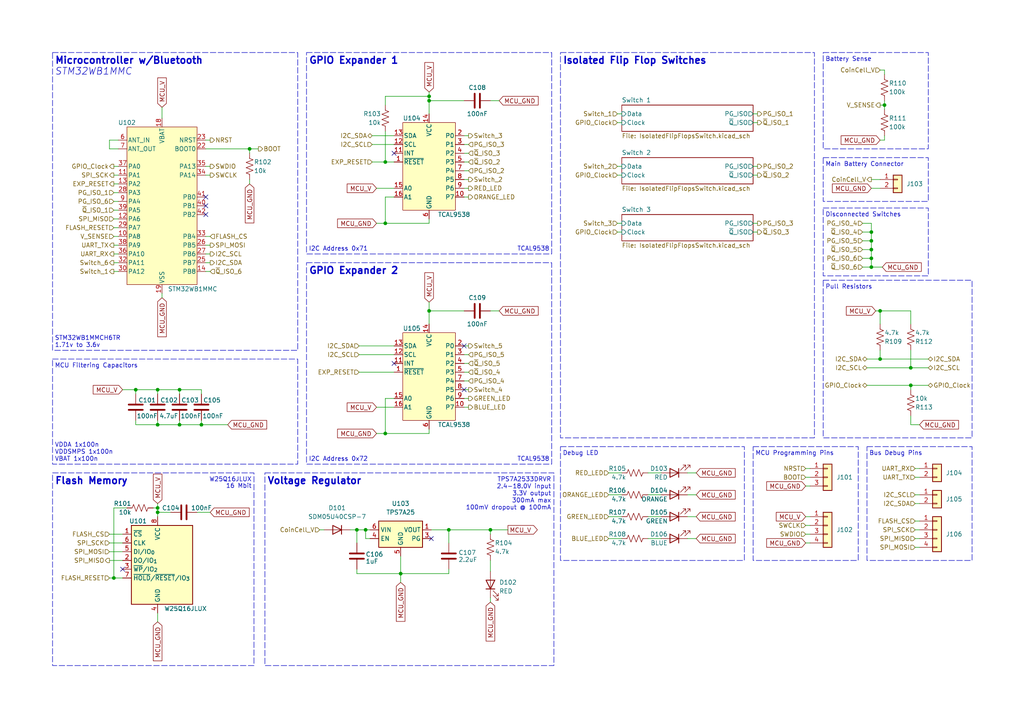
<source format=kicad_sch>
(kicad_sch (version 20250114) (generator "eeschema") (generator_version "9.0")
  (paper "A4")
  (title_block (title "BAGEL Switch MK1") (date "2025-12-02") (rev "A") (company "Illinois Space Society") (comment 3 "Thomas McManamen, Chethan Karandikar") (comment 4 "Contributors: Lucas Lessard, Pranav Bala, Peter Karlos, Charlie Plater, Kevin Zhao, "))
  (lib_symbols
    (symbol "Connector_Generic:Conn_01x02" (pin_names (offset 1.016) (hide yes))
      (property "Reference" "J" (at 0 2.54 0))
      (property "Value" "Conn_01x02" (at 0 -5.08 0))
      (symbol "Conn_01x02_1_1"
        (pin passive line (at -5.08 0 0) (length 3.81) (name "Pin_1") (number "1"))
        (pin passive line (at -5.08 -2.54 0) (length 3.81) (name "Pin_2") (number "2"))
      )
    )
    (symbol "Connector_Generic:Conn_01x03" (pin_names (offset 1.016) (hide yes))
      (property "Reference" "J" (at 0 5.08 0))
      (property "Value" "Conn_01x03" (at 0 -5.08 0))
      (symbol "Conn_01x03_1_1"
        (pin passive line (at -5.08 2.54 0) (length 3.81) (name "Pin_1") (number "1"))
        (pin passive line (at -5.08 0 0) (length 3.81) (name "Pin_2") (number "2"))
        (pin passive line (at -5.08 -2.54 0) (length 3.81) (name "Pin_3") (number "3"))
      )
    )
    (symbol "Connector_Generic:Conn_01x04" (pin_names (offset 1.016) (hide yes))
      (property "Reference" "J" (at 0 5.08 0))
      (property "Value" "Conn_01x04" (at 0 -7.62 0))
      (symbol "Conn_01x04_1_1"
        (pin passive line (at -5.08 2.54 0) (length 3.81) (name "Pin_1") (number "1"))
        (pin passive line (at -5.08 0 0) (length 3.81) (name "Pin_2") (number "2"))
        (pin passive line (at -5.08 -2.54 0) (length 3.81) (name "Pin_3") (number "3"))
        (pin passive line (at -5.08 -5.08 0) (length 3.81) (name "Pin_4") (number "4"))
      )
    )
    (symbol "Device:C" (pin_numbers (hide yes)) (pin_names (offset 0.254))
      (property "Reference" "C" (at 0.635 2.54 0))
      (property "Value" "C" (at 0.635 -2.54 0))
      (symbol "C_1_1"
        (pin passive line (at 0 3.81 270) (length 2.794) (name "~") (number "1"))
        (pin passive line (at 0 -3.81 90) (length 2.794) (name "~") (number "2"))
      )
    )
    (symbol "Device:LED" (pin_numbers (hide yes)) (pin_names (offset 1.016) (hide yes))
      (property "Reference" "D" (at 0 2.54 0))
      (property "Value" "LED" (at 0 -2.54 0))
      (symbol "LED_1_1"
        (pin passive line (at -3.81 0 0) (length 2.54) (name "K") (number "1"))
        (pin passive line (at 3.81 0 180) (length 2.54) (name "A") (number "2"))
      )
    )
    (symbol "Device:R_US" (pin_numbers (hide yes)) (pin_names (offset 0))
      (property "Reference" "R" (at 2.54 0 90))
      (property "Value" "R_US" (at -2.54 0 90))
      (symbol "R_US_1_1"
        (pin passive line (at 0 3.81 270) (length 1.27) (name "~") (number "1"))
        (pin passive line (at 0 -3.81 90) (length 1.27) (name "~") (number "2"))
      )
    )
    (symbol "Diode:1N4148WT" (pin_numbers (hide yes)) (pin_names (hide yes))
      (property "Reference" "D" (at 0 2.54 0))
      (property "Value" "1N4148WT" (at 0 -2.54 0))
      (symbol "1N4148WT_1_1"
        (pin passive line (at -3.81 0 0) (length 2.54) (name "K") (number "1"))
        (pin passive line (at 3.81 0 180) (length 2.54) (name "A") (number "2"))
      )
    )
    (symbol "Interface_Expander_Texas:TCAL9538" (pin_names (offset 0.254))
      (property "Reference" "U" (at -7.62 13.97 0))
      (property "Value" "TCAL9538" (at 7.62 -13.97 0))
      (symbol "TCAL9538_0_1"
        (pin bidirectional line (at -10.16 8.89 0) (length 2.54) (name "SDA") (number "13"))
        (pin input line (at -10.16 6.35 0) (length 2.54) (name "SCL") (number "12"))
        (pin output line (at -10.16 3.81 0) (length 2.54) (name "INT") (number "11"))
        (pin input line (at -10.16 -6.35 0) (length 2.54) (name "A0") (number "15"))
        (pin input line (at -10.16 -8.89 0) (length 2.54) (name "A1") (number "16"))
        (pin power_in line (at 0 15.24 270) (length 2.54) (name "VCC") (number "14"))
        (pin power_out line (at 0 -15.24 90) (length 2.54) (name "GND") (number "6"))
        (pin bidirectional line (at 10.16 6.35 180) (length 2.54) (name "P1") (number "3"))
        (pin bidirectional line (at 10.16 3.81 180) (length 2.54) (name "P2") (number "4"))
        (pin bidirectional line (at 10.16 1.27 180) (length 2.54) (name "P3") (number "5"))
        (pin bidirectional line (at 10.16 -1.27 180) (length 2.54) (name "P4") (number "7"))
        (pin bidirectional line (at 10.16 -3.81 180) (length 2.54) (name "P5") (number "8"))
        (pin bidirectional line (at 10.16 -6.35 180) (length 2.54) (name "P6") (number "9"))
        (pin bidirectional line (at 10.16 -8.89 180) (length 2.54) (name "P7") (number "10"))
      )
      (symbol "TCAL9538_1_1"
        (pin input line (at -10.16 1.27 0) (length 2.54) (name "~{RESET}") (number "1"))
        (pin bidirectional line (at 10.16 8.89 180) (length 2.54) (name "P0") (number "2"))
      )
    )
    (symbol "MCU_STM32:STM32WB1MMC" (pin_names (offset 0.254))
      (property "Reference" "U" (at -10.16 24.13 0))
      (property "Value" "STM32WB1MMC" (at 8.89 -24.13 0))
      (symbol "STM32WB1MMC_0_1"
        (pin output line (at -12.7 16.51 0) (length 2.54) (name "ANT_OUT") (number "7"))
        (pin bidirectional line (at -12.7 11.43 0) (length 2.54) (name "PA0") (number "37"))
        (pin bidirectional line (at -12.7 8.89 0) (length 2.54) (name "PA1") (number "11"))
        (pin bidirectional line (at -12.7 6.35 0) (length 2.54) (name "PA2") (number "13"))
        (pin bidirectional line (at -12.7 3.81 0) (length 2.54) (name "PA3") (number "28"))
        (pin bidirectional line (at -12.7 1.27 0) (length 2.54) (name "PA4") (number "9"))
        (pin bidirectional line (at -12.7 -1.27 0) (length 2.54) (name "PA5") (number "39"))
        (pin bidirectional line (at -12.7 -3.81 0) (length 2.54) (name "PA6") (number "12"))
        (pin bidirectional line (at -12.7 -6.35 0) (length 2.54) (name "PA7") (number "29"))
        (pin bidirectional line (at -12.7 -8.89 0) (length 2.54) (name "PA8") (number "10"))
        (pin bidirectional line (at -12.7 -11.43 0) (length 2.54) (name "PA9") (number "38"))
        (pin bidirectional line (at -12.7 -13.97 0) (length 2.54) (name "PA10") (number "36"))
        (pin bidirectional line (at -12.7 -16.51 0) (length 2.54) (name "PA11") (number "32"))
        (pin bidirectional line (at -12.7 -19.05 0) (length 2.54) (name "PA12") (number "30"))
        (pin passive line (at 0 25.4 270) (length 2.54) (hide yes) (name "VDDA") (number "16"))
        (pin power_in line (at 0 25.4 270) (length 2.54) (name "VBAT") (number "18"))
        (pin passive line (at 0 25.4 270) (length 2.54) (hide yes) (name "VDDSMPS") (number "20"))
        (pin passive line (at 0 -25.4 90) (length 2.54) (hide yes) (name "VSS") (number "1"))
        (pin passive line (at 0 -25.4 90) (length 2.54) (hide yes) (name "VSS") (number "15"))
        (pin passive line (at 0 -25.4 90) (length 2.54) (hide yes) (name "VSS") (number "17"))
        (pin power_in line (at 0 -25.4 90) (length 2.54) (name "VSS") (number "19"))
        (pin passive line (at 0 -25.4 90) (length 2.54) (hide yes) (name "VSS") (number "2"))
        (pin passive line (at 0 -25.4 90) (length 2.54) (hide yes) (name "VSSSMPS") (number "21"))
        (pin passive line (at 0 -25.4 90) (length 2.54) (hide yes) (name "VSS") (number "24"))
        (pin passive line (at 0 -25.4 90) (length 2.54) (hide yes) (name "VSS") (number "3"))
        (pin passive line (at 0 -25.4 90) (length 2.54) (hide yes) (name "VSS") (number "31"))
        (pin passive line (at 0 -25.4 90) (length 2.54) (hide yes) (name "VSS") (number "4"))
        (pin passive line (at 0 -25.4 90) (length 2.54) (hide yes) (name "VSS") (number "43"))
        (pin passive line (at 0 -25.4 90) (length 2.54) (hide yes) (name "VSS") (number "44"))
        (pin passive line (at 0 -25.4 90) (length 2.54) (hide yes) (name "VSS") (number "45"))
        (pin passive line (at 0 -25.4 90) (length 2.54) (hide yes) (name "VSS") (number "46"))
        (pin passive line (at 0 -25.4 90) (length 2.54) (hide yes) (name "VSS") (number "47"))
        (pin passive line (at 0 -25.4 90) (length 2.54) (hide yes) (name "VSS") (number "48"))
        (pin passive line (at 0 -25.4 90) (length 2.54) (hide yes) (name "VSS") (number "49"))
        (pin passive line (at 0 -25.4 90) (length 2.54) (hide yes) (name "VSSRF") (number "5"))
        (pin passive line (at 0 -25.4 90) (length 2.54) (hide yes) (name "VSS") (number "50"))
        (pin passive line (at 0 -25.4 90) (length 2.54) (hide yes) (name "VSS") (number "51"))
        (pin passive line (at 0 -25.4 90) (length 2.54) (hide yes) (name "VSS") (number "52"))
        (pin passive line (at 0 -25.4 90) (length 2.54) (hide yes) (name "VSS") (number "53"))
        (pin passive line (at 0 -25.4 90) (length 2.54) (hide yes) (name "VSS") (number "54"))
        (pin passive line (at 0 -25.4 90) (length 2.54) (hide yes) (name "VSS") (number "55"))
        (pin passive line (at 0 -25.4 90) (length 2.54) (hide yes) (name "VSS") (number "56"))
        (pin passive line (at 0 -25.4 90) (length 2.54) (hide yes) (name "VSS") (number "57"))
        (pin passive line (at 0 -25.4 90) (length 2.54) (hide yes) (name "VSS") (number "58"))
        (pin passive line (at 0 -25.4 90) (length 2.54) (hide yes) (name "VSS") (number "59"))
        (pin passive line (at 0 -25.4 90) (length 2.54) (hide yes) (name "VSS") (number "60"))
        (pin passive line (at 0 -25.4 90) (length 2.54) (hide yes) (name "VSS") (number "61"))
        (pin passive line (at 0 -25.4 90) (length 2.54) (hide yes) (name "VSS") (number "62"))
        (pin passive line (at 0 -25.4 90) (length 2.54) (hide yes) (name "VSS") (number "63"))
        (pin passive line (at 0 -25.4 90) (length 2.54) (hide yes) (name "VSS") (number "64"))
        (pin passive line (at 0 -25.4 90) (length 2.54) (hide yes) (name "VSS") (number "65"))
        (pin passive line (at 0 -25.4 90) (length 2.54) (hide yes) (name "VSS") (number "66"))
        (pin passive line (at 0 -25.4 90) (length 2.54) (hide yes) (name "VSS") (number "67"))
        (pin passive line (at 0 -25.4 90) (length 2.54) (hide yes) (name "VSS") (number "68"))
        (pin passive line (at 0 -25.4 90) (length 2.54) (hide yes) (name "VSS") (number "69"))
        (pin passive line (at 0 -25.4 90) (length 2.54) (hide yes) (name "VSS") (number "70"))
        (pin passive line (at 0 -25.4 90) (length 2.54) (hide yes) (name "VSS") (number "71"))
        (pin passive line (at 0 -25.4 90) (length 2.54) (hide yes) (name "VSS") (number "72"))
        (pin passive line (at 0 -25.4 90) (length 2.54) (hide yes) (name "VSS") (number "73"))
        (pin passive line (at 0 -25.4 90) (length 2.54) (hide yes) (name "VSS") (number "74"))
        (pin passive line (at 0 -25.4 90) (length 2.54) (hide yes) (name "VSS") (number "75"))
        (pin passive line (at 0 -25.4 90) (length 2.54) (hide yes) (name "VSS") (number "76"))
        (pin passive line (at 0 -25.4 90) (length 2.54) (hide yes) (name "VSS") (number "77"))
        (pin passive line (at 0 -25.4 90) (length 2.54) (hide yes) (name "VSSRF") (number "8"))
        (pin bidirectional line (at 12.7 19.05 180) (length 2.54) (name "NRST") (number "23"))
        (pin input line (at 12.7 16.51 180) (length 2.54) (name "BOOT0") (number "22"))
        (pin bidirectional line (at 12.7 11.43 180) (length 2.54) (name "PA13") (number "35"))
        (pin bidirectional line (at 12.7 8.89 180) (length 2.54) (name "PA14") (number "34"))
        (pin bidirectional line (at 12.7 2.54 180) (length 2.54) (name "PB0") (number "41"))
        (pin bidirectional line (at 12.7 0 180) (length 2.54) (name "PB1") (number "40"))
        (pin bidirectional line (at 12.7 -2.54 180) (length 2.54) (name "PB2") (number "42"))
        (pin bidirectional line (at 12.7 -8.89 180) (length 2.54) (name "PB4") (number "33"))
        (pin bidirectional line (at 12.7 -11.43 180) (length 2.54) (name "PB5") (number "26"))
        (pin bidirectional line (at 12.7 -13.97 180) (length 2.54) (name "PB6") (number "27"))
        (pin bidirectional line (at 12.7 -16.51 180) (length 2.54) (name "PB7") (number "25"))
        (pin bidirectional line (at 12.7 -19.05 180) (length 2.54) (name "PB8") (number "14"))
      )
      (symbol "STM32WB1MMC_1_1"
        (pin input line (at -12.7 19.05 0) (length 2.54) (name "ANT_IN") (number "6"))
      )
    )
    (symbol "Memory_Flash:W25Q16JVSS"
      (property "Reference" "U101" (at -8.255 11.43 0))
      (property "Value" "W25Q16JLUX" (at 1.905 -13.97 0))
      (symbol "W25Q16JVSS_1_1"
        (pin input line (at -10.16 7.62 0) (length 2.54) (name "~{CS}") (number "1"))
        (pin input line (at -10.16 5.08 0) (length 2.54) (name "CLK") (number "6"))
        (pin bidirectional line (at -10.16 2.54 0) (length 2.54) (name "DI/IO_{0}") (number "5"))
        (pin bidirectional line (at -10.16 0 0) (length 2.54) (name "DO/IO_{1}") (number "2"))
        (pin bidirectional line (at -10.16 -2.54 0) (length 2.54) (name "~{WP}/IO_{2}") (number "3"))
        (pin bidirectional line (at -10.16 -5.08 0) (length 2.54) (name "~{HOLD}/~{RESET}/IO_{3}") (number "7"))
        (pin power_in line (at 0 12.7 270) (length 2.54) (name "VCC") (number "8"))
        (pin power_in line (at 0 -15.24 90) (length 2.54) (name "GND") (number "4"))
        (pin passive line (at 0 -15.24 90) (length 2.54) (hide yes) (name "EP") (number "9"))
      )
    )
    (symbol "Regulator_Texas:TPS7A25"
      (property "Reference" "U205" (at 1.27 7.62 0))
      (property "Value" "TPS7A25" (at 1.27 5.08 0))
      (symbol "TPS7A25_1_1"
        (pin passive line (at -7.62 0 0) (length 2.54) (name "VIN") (number "6"))
        (pin passive line (at -7.62 -2.54 0) (length 2.54) (name "EN") (number "4"))
        (pin passive line (at 1.27 -7.62 90) (length 2.54) (name "GND") (number "5"))
        (pin passive line (at 1.27 -7.62 90) (length 2.54) (hide yes) (name "Thermal") (number "7"))
        (pin passive line (at 10.16 0 180) (length 2.54) (name "VOUT") (number "1"))
        (pin passive line (at 10.16 -2.54 180) (length 2.54) (name "PG") (number "3"))
      )
    )
  )
  (rectangle (start 238.76 45.72) (end 269.24 58.42) (stroke (width 0) (type dash)))
  (rectangle (start 15.24 15.24) (end 86.36 101.6) (stroke (width 0) (type dash)))
  (rectangle (start 15.24 137.16) (end 73.66 193.04) (stroke (width 0) (type dash)))
  (rectangle (start 162.56 129.54) (end 215.9 162.56) (stroke (width 0) (type dash)))
  (rectangle (start 238.76 60.325) (end 269.24 80.01) (stroke (width 0) (type dash)))
  (rectangle (start 238.76 15.24) (end 269.24 43.18) (stroke (width 0) (type dash)))
  (rectangle (start 162.56 15.24) (end 236.22 127) (stroke (width 0) (type dash)))
  (rectangle (start 218.44 129.54) (end 248.92 162.56) (stroke (width 0) (type dash)))
  (rectangle (start 238.76 81.28) (end 281.94 127) (stroke (width 0) (type dash)))
  (rectangle (start 15.24 104.14) (end 86.36 134.62) (stroke (width 0) (type dash)))
  (rectangle (start 88.9 15.24) (end 160.02 73.66) (stroke (width 0) (type dash)))
  (rectangle (start 88.9 76.2) (end 160.02 134.62) (stroke (width 0) (type dash)))
  (rectangle (start 76.835 137.16) (end 160.655 193.04) (stroke (width 0) (type dash)))
  (rectangle (start 251.46 129.54) (end 281.94 162.56) (stroke (width 0) (type dash)))
  (text "Voltage Regulator" (at 77.47 138.43 0) (effects (font (size 2 2) (thickness 0.4) (bold yes)) (justify left top)))
  (text "Main Battery Connector" (at 239.395 46.99 0) (effects (font (size 1.27 1.27)) (justify left top)))
  (text "Microcontroller w/Bluetooth" (at 15.875 16.51 0) (effects (font (size 2 2) (thickness 0.4) (bold yes)) (justify left top)))
  (text "TPS7A2533DRVR\n2.4-18.0V input\n3.3V output\n300mA max\n100mV dropout @ 100mA" (at 159.893 138.43 0) (effects (font (size 1.27 1.27)) (justify right top)))
  (text "TCAL9538" (at 159.385 73.025 0) (effects (font (size 1.27 1.27)) (justify right bottom)))
  (text "Bus Debug Pins" (at 252.095 130.81 0) (effects (font (size 1.27 1.27)) (justify left top)))
  (text "MCU Filtering Capacitors" (at 15.875 105.41 0) (effects (font (size 1.27 1.27)) (justify left top)))
  (text "W25Q16JLUX" (at 73.025 138.43 0) (effects (font (size 1.27 1.27)) (justify right top)))
  (text "Pull Resistors" (at 239.395 82.55 0) (effects (font (size 1.27 1.27)) (justify left top)))
  (text "GPIO Expander 2" (at 89.535 77.47 0) (effects (font (size 2 2) (thickness 0.4) (bold yes)) (justify left top)))
  (text "Flash Memory" (at 15.875 138.43 0) (effects (font (size 2 2) (thickness 0.4) (bold yes)) (justify left top)))
  (text "I2C Address 0x71\n" (at 89.535 73.025 0) (effects (font (size 1.27 1.27) (thickness 0.1588)) (justify left bottom)))
  (text "Debug LED" (at 163.195 130.81 0) (effects (font (size 1.27 1.27)) (justify left top)))
  (text "Isolated Flip Flop Switches" (at 163.195 16.51 0) (effects (font (size 2 2) (thickness 0.4) (bold yes)) (justify left top)))
  (text "GPIO Expander 1" (at 89.535 16.51 0) (effects (font (size 2 2) (thickness 0.4) (bold yes)) (justify left top)))
  (text "TCAL9538" (at 159.385 133.985 0) (effects (font (size 1.27 1.27)) (justify right bottom)))
  (text "I2C Address 0x72\n" (at 89.535 133.985 0) (effects (font (size 1.27 1.27) (thickness 0.1588)) (justify left bottom)))
  (text "Disconnected Switches" (at 239.395 61.595 0) (effects (font (size 1.27 1.27)) (justify left top)))
  (text "MCU Programming Pins" (at 219.075 130.81 0) (effects (font (size 1.27 1.27)) (justify left top)))
  (text "Battery Sense" (at 239.395 16.51 0) (effects (font (size 1.27 1.27)) (justify left top)))
  (text "STM32WB1MMCH6TR\n1.71v to 3.6v" (at 15.875 100.965 0) (effects (font (size 1.27 1.27)) (justify left bottom)))
  (text "STM32WB1MMC" (at 15.875 19.685 0) (effects (font (size 2 2) (italic yes)) (justify left top)))
  (text "VDDA 1x100n\nVDDSMPS 1x100n\nVBAT 1x100n" (at 15.875 133.985 0) (effects (font (size 1.27 1.27)) (justify left bottom)))
  (text "16 Mbit\n" (at 73.025 140.335 0) (effects (font (size 1.27 1.27)) (justify right top)))
  (junction (at 252.73 67.31))
  (junction (at 111.76 64.77))
  (junction (at 252.73 77.47))
  (junction (at 45.72 113.03))
  (junction (at 124.46 29.21))
  (junction (at 252.73 72.39))
  (junction (at 116.205 166.37))
  (junction (at 130.175 153.67))
  (junction (at 252.73 74.93))
  (junction (at 58.42 123.19))
  (junction (at 45.72 148.59))
  (junction (at 45.72 123.19))
  (junction (at 45.72 147.32))
  (junction (at 252.73 69.85))
  (junction (at 52.07 113.03))
  (junction (at 106.045 153.67))
  (junction (at 256.54 30.48))
  (junction (at 103.505 153.67))
  (junction (at 52.07 123.19))
  (junction (at 39.37 113.03))
  (junction (at 72.39 43.18))
  (junction (at 264.16 106.68))
  (junction (at 124.46 90.17))
  (junction (at 255.27 90.17))
  (junction (at 264.16 111.76))
  (junction (at 111.76 125.73))
  (junction (at 111.76 46.99))
  (junction (at 142.24 153.67))
  (junction (at 33.02 167.64))
  (junction (at 124.46 27.94))
  (junction (at 255.27 104.14))
  (no_connect (at 114.3 105.41))
  (no_connect (at 59.69 57.15))
  (no_connect (at 114.3 44.45))
  (no_connect (at 125.095 156.21))
  (no_connect (at 35.56 165.1))
  (no_connect (at 134.62 100.33))
  (no_connect (at 59.69 59.69))
  (no_connect (at 59.69 62.23))
  (no_connect (at 134.62 113.03))
  (wire (pts (xy 33.02 71.12) (xy 34.29 71.12)))
  (wire (pts (xy 251.46 104.14) (xy 255.27 104.14)))
  (wire (pts (xy 31.75 160.02) (xy 35.56 160.02)))
  (wire (pts (xy 60.96 76.2) (xy 59.69 76.2)))
  (wire (pts (xy 116.205 166.37) (xy 116.205 168.91)))
  (wire (pts (xy 31.75 162.56) (xy 35.56 162.56)))
  (wire (pts (xy 33.02 55.88) (xy 34.29 55.88)))
  (wire (pts (xy 252.73 77.47) (xy 255.905 77.47)))
  (wire (pts (xy 106.045 156.21) (xy 106.045 153.67)))
  (wire (pts (xy 187.96 137.16) (xy 191.77 137.16)))
  (wire (pts (xy 33.02 53.34) (xy 34.29 53.34)))
  (wire (pts (xy 265.43 138.43) (xy 266.7 138.43)))
  (wire (pts (xy 187.96 156.21) (xy 191.77 156.21)))
  (wire (pts (xy 31.75 157.48) (xy 35.56 157.48)))
  (wire (pts (xy 58.42 113.03) (xy 58.42 114.3)))
  (wire (pts (xy 142.24 153.67) (xy 147.32 153.67)))
  (wire (pts (xy 60.96 71.12) (xy 59.69 71.12)))
  (wire (pts (xy 254 90.17) (xy 255.27 90.17)))
  (wire (pts (xy 233.68 154.94) (xy 234.95 154.94)))
  (wire (pts (xy 219.71 33.02) (xy 218.44 33.02)))
  (wire (pts (xy 124.46 26.67) (xy 124.46 27.94)))
  (wire (pts (xy 179.07 67.31) (xy 180.34 67.31)))
  (wire (pts (xy 142.24 173.355) (xy 142.24 174.625)))
  (wire (pts (xy 107.315 156.21) (xy 106.045 156.21)))
  (wire (pts (xy 31.75 40.64) (xy 31.75 43.18)))
  (wire (pts (xy 124.46 90.17) (xy 134.62 90.17)))
  (wire (pts (xy 233.68 149.86) (xy 234.95 149.86)))
  (wire (pts (xy 33.02 63.5) (xy 34.29 63.5)))
  (wire (pts (xy 44.45 147.32) (xy 45.72 147.32)))
  (wire (pts (xy 135.89 105.41) (xy 134.62 105.41)))
  (wire (pts (xy 103.505 166.37) (xy 116.205 166.37)))
  (wire (pts (xy 255.27 93.98) (xy 255.27 90.17)))
  (wire (pts (xy 33.02 50.8) (xy 34.29 50.8)))
  (wire (pts (xy 135.89 100.33) (xy 134.62 100.33)))
  (wire (pts (xy 103.505 153.67) (xy 106.045 153.67)))
  (wire (pts (xy 219.71 35.56) (xy 218.44 35.56)))
  (wire (pts (xy 256.54 29.21) (xy 256.54 30.48)))
  (wire (pts (xy 39.37 113.03) (xy 45.72 113.03)))
  (wire (pts (xy 135.89 107.95) (xy 134.62 107.95)))
  (wire (pts (xy 60.96 73.66) (xy 59.69 73.66)))
  (wire (pts (xy 130.175 165.1) (xy 130.175 166.37)))
  (wire (pts (xy 45.72 113.03) (xy 52.07 113.03)))
  (wire (pts (xy 265.43 146.05) (xy 266.7 146.05)))
  (wire (pts (xy 111.76 57.15) (xy 114.3 57.15)))
  (wire (pts (xy 251.46 106.68) (xy 264.16 106.68)))
  (wire (pts (xy 251.46 111.76) (xy 264.16 111.76)))
  (wire (pts (xy 233.68 152.4) (xy 234.95 152.4)))
  (wire (pts (xy 266.7 123.19) (xy 264.16 123.19)))
  (wire (pts (xy 33.02 66.04) (xy 34.29 66.04)))
  (wire (pts (xy 250.19 67.31) (xy 252.73 67.31)))
  (wire (pts (xy 46.99 31.115) (xy 46.99 34.29)))
  (wire (pts (xy 256.54 20.32) (xy 256.54 21.59)))
  (wire (pts (xy 116.205 166.37) (xy 130.175 166.37)))
  (wire (pts (xy 264.16 123.19) (xy 264.16 120.65)))
  (wire (pts (xy 265.43 158.75) (xy 266.7 158.75)))
  (wire (pts (xy 124.46 90.17) (xy 124.46 93.98)))
  (wire (pts (xy 179.07 48.26) (xy 180.34 48.26)))
  (wire (pts (xy 256.54 40.64) (xy 256.54 39.37)))
  (wire (pts (xy 134.62 57.15) (xy 135.89 57.15)))
  (wire (pts (xy 101.6 153.67) (xy 103.505 153.67)))
  (wire (pts (xy 264.16 111.76) (xy 264.16 113.03)))
  (wire (pts (xy 72.39 43.18) (xy 72.39 44.45)))
  (wire (pts (xy 59.69 43.18) (xy 72.39 43.18)))
  (wire (pts (xy 250.19 64.77) (xy 252.73 64.77)))
  (wire (pts (xy 252.73 54.61) (xy 255.27 54.61)))
  (wire (pts (xy 111.76 38.1) (xy 111.76 46.99)))
  (wire (pts (xy 111.76 115.57) (xy 111.76 125.73)))
  (wire (pts (xy 199.39 149.86) (xy 201.93 149.86)))
  (wire (pts (xy 31.75 43.18) (xy 34.29 43.18)))
  (wire (pts (xy 252.73 52.07) (xy 255.27 52.07)))
  (wire (pts (xy 33.02 60.96) (xy 34.29 60.96)))
  (wire (pts (xy 233.68 157.48) (xy 234.95 157.48)))
  (wire (pts (xy 107.95 39.37) (xy 114.3 39.37)))
  (wire (pts (xy 134.62 118.11) (xy 135.89 118.11)))
  (wire (pts (xy 45.72 123.19) (xy 45.72 121.92)))
  (wire (pts (xy 34.29 40.64) (xy 31.75 40.64)))
  (wire (pts (xy 109.22 54.61) (xy 114.3 54.61)))
  (wire (pts (xy 33.02 167.64) (xy 35.56 167.64)))
  (wire (pts (xy 255.27 101.6) (xy 255.27 104.14)))
  (wire (pts (xy 256.54 30.48) (xy 256.54 31.75)))
  (wire (pts (xy 39.37 123.19) (xy 45.72 123.19)))
  (wire (pts (xy 111.76 125.73) (xy 124.46 125.73)))
  (wire (pts (xy 111.76 27.94) (xy 124.46 27.94)))
  (wire (pts (xy 135.89 44.45) (xy 134.62 44.45)))
  (wire (pts (xy 142.24 90.17) (xy 144.78 90.17)))
  (wire (pts (xy 111.76 46.99) (xy 114.3 46.99)))
  (wire (pts (xy 219.71 67.31) (xy 218.44 67.31)))
  (wire (pts (xy 252.73 72.39) (xy 252.73 69.85)))
  (wire (pts (xy 35.56 113.03) (xy 39.37 113.03)))
  (wire (pts (xy 45.72 147.32) (xy 45.72 148.59)))
  (wire (pts (xy 134.62 113.03) (xy 135.89 113.03)))
  (wire (pts (xy 176.53 149.86) (xy 180.34 149.86)))
  (wire (pts (xy 31.75 167.64) (xy 33.02 167.64)))
  (wire (pts (xy 250.19 74.93) (xy 252.73 74.93)))
  (wire (pts (xy 92.71 153.67) (xy 93.98 153.67)))
  (wire (pts (xy 111.76 57.15) (xy 111.76 64.77)))
  (wire (pts (xy 265.43 156.21) (xy 266.7 156.21)))
  (wire (pts (xy 111.76 64.77) (xy 124.46 64.77)))
  (wire (pts (xy 134.62 115.57) (xy 135.89 115.57)))
  (wire (pts (xy 45.72 148.59) (xy 49.53 148.59)))
  (wire (pts (xy 125.095 153.67) (xy 130.175 153.67)))
  (wire (pts (xy 109.22 118.11) (xy 114.3 118.11)))
  (wire (pts (xy 187.96 143.51) (xy 191.77 143.51)))
  (wire (pts (xy 111.76 30.48) (xy 111.76 27.94)))
  (wire (pts (xy 130.175 153.67) (xy 130.175 157.48)))
  (wire (pts (xy 176.53 156.21) (xy 180.34 156.21)))
  (wire (pts (xy 135.89 41.91) (xy 134.62 41.91)))
  (wire (pts (xy 264.16 90.17) (xy 264.16 93.98)))
  (wire (pts (xy 72.39 52.07) (xy 72.39 53.34)))
  (wire (pts (xy 60.96 40.64) (xy 59.69 40.64)))
  (wire (pts (xy 60.96 68.58) (xy 59.69 68.58)))
  (wire (pts (xy 187.96 149.86) (xy 191.77 149.86)))
  (wire (pts (xy 33.02 48.26) (xy 34.29 48.26)))
  (wire (pts (xy 179.07 64.77) (xy 180.34 64.77)))
  (wire (pts (xy 45.72 177.8) (xy 45.72 180.34)))
  (wire (pts (xy 233.68 138.43) (xy 234.95 138.43)))
  (wire (pts (xy 109.22 64.77) (xy 111.76 64.77)))
  (wire (pts (xy 103.505 165.1) (xy 103.505 166.37)))
  (wire (pts (xy 135.89 54.61) (xy 134.62 54.61)))
  (wire (pts (xy 219.71 64.77) (xy 218.44 64.77)))
  (wire (pts (xy 250.19 72.39) (xy 252.73 72.39)))
  (wire (pts (xy 60.96 50.8) (xy 59.69 50.8)))
  (wire (pts (xy 233.68 135.89) (xy 234.95 135.89)))
  (wire (pts (xy 250.19 77.47) (xy 252.73 77.47)))
  (wire (pts (xy 109.22 125.73) (xy 111.76 125.73)))
  (wire (pts (xy 124.46 125.73) (xy 124.46 124.46)))
  (wire (pts (xy 31.75 154.94) (xy 35.56 154.94)))
  (wire (pts (xy 33.02 147.32) (xy 33.02 167.64)))
  (wire (pts (xy 142.24 153.67) (xy 142.24 154.94)))
  (wire (pts (xy 52.07 123.19) (xy 52.07 121.92)))
  (wire (pts (xy 116.205 161.29) (xy 116.205 166.37)))
  (wire (pts (xy 255.27 30.48) (xy 256.54 30.48)))
  (wire (pts (xy 74.93 43.18) (xy 72.39 43.18)))
  (wire (pts (xy 176.53 143.51) (xy 180.34 143.51)))
  (wire (pts (xy 46.99 86.36) (xy 46.99 85.09)))
  (wire (pts (xy 107.95 46.99) (xy 111.76 46.99)))
  (wire (pts (xy 33.02 68.58) (xy 34.29 68.58)))
  (wire (pts (xy 60.96 48.26) (xy 59.69 48.26)))
  (wire (pts (xy 264.16 111.76) (xy 269.24 111.76)))
  (wire (pts (xy 252.73 67.31) (xy 252.73 69.85)))
  (wire (pts (xy 219.71 48.26) (xy 218.44 48.26)))
  (wire (pts (xy 265.43 151.13) (xy 266.7 151.13)))
  (wire (pts (xy 114.3 115.57) (xy 111.76 115.57)))
  (wire (pts (xy 199.39 143.51) (xy 201.93 143.51)))
  (wire (pts (xy 106.045 153.67) (xy 107.315 153.67)))
  (wire (pts (xy 264.16 101.6) (xy 264.16 106.68)))
  (wire (pts (xy 104.14 102.87) (xy 114.3 102.87)))
  (wire (pts (xy 33.02 73.66) (xy 34.29 73.66)))
  (wire (pts (xy 252.73 72.39) (xy 252.73 74.93)))
  (wire (pts (xy 57.15 148.59) (xy 60.96 148.59)))
  (wire (pts (xy 58.42 123.19) (xy 66.04 123.19)))
  (wire (pts (xy 33.02 58.42) (xy 34.29 58.42)))
  (wire (pts (xy 134.62 52.07) (xy 135.89 52.07)))
  (wire (pts (xy 107.95 41.91) (xy 114.3 41.91)))
  (wire (pts (xy 45.72 123.19) (xy 52.07 123.19)))
  (wire (pts (xy 52.07 123.19) (xy 58.42 123.19)))
  (wire (pts (xy 52.07 113.03) (xy 52.07 114.3)))
  (wire (pts (xy 134.62 49.53) (xy 135.89 49.53)))
  (wire (pts (xy 124.46 64.77) (xy 124.46 63.5)))
  (wire (pts (xy 104.14 107.95) (xy 114.3 107.95)))
  (wire (pts (xy 142.24 29.21) (xy 144.78 29.21)))
  (wire (pts (xy 135.89 39.37) (xy 134.62 39.37)))
  (wire (pts (xy 255.27 20.32) (xy 256.54 20.32)))
  (wire (pts (xy 39.37 113.03) (xy 39.37 114.3)))
  (wire (pts (xy 39.37 123.19) (xy 39.37 121.92)))
  (wire (pts (xy 264.16 106.68) (xy 269.24 106.68)))
  (wire (pts (xy 199.39 156.21) (xy 201.93 156.21)))
  (wire (pts (xy 135.89 102.87) (xy 134.62 102.87)))
  (wire (pts (xy 252.73 64.77) (xy 252.73 67.31)))
  (wire (pts (xy 45.72 113.03) (xy 45.72 114.3)))
  (wire (pts (xy 104.14 100.33) (xy 114.3 100.33)))
  (wire (pts (xy 255.27 90.17) (xy 264.16 90.17)))
  (wire (pts (xy 52.07 113.03) (xy 58.42 113.03)))
  (wire (pts (xy 255.27 104.14) (xy 269.24 104.14)))
  (wire (pts (xy 124.46 29.21) (xy 134.62 29.21)))
  (wire (pts (xy 252.73 74.93) (xy 252.73 77.47)))
  (wire (pts (xy 130.175 153.67) (xy 142.24 153.67)))
  (wire (pts (xy 33.02 76.2) (xy 34.29 76.2)))
  (wire (pts (xy 199.39 137.16) (xy 201.93 137.16)))
  (wire (pts (xy 265.43 153.67) (xy 266.7 153.67)))
  (wire (pts (xy 45.72 146.05) (xy 45.72 147.32)))
  (wire (pts (xy 33.02 78.74) (xy 34.29 78.74)))
  (wire (pts (xy 255.27 40.64) (xy 256.54 40.64)))
  (wire (pts (xy 45.72 148.59) (xy 45.72 149.86)))
  (wire (pts (xy 124.46 87.63) (xy 124.46 90.17)))
  (wire (pts (xy 179.07 33.02) (xy 180.34 33.02)))
  (wire (pts (xy 124.46 27.94) (xy 124.46 29.21)))
  (wire (pts (xy 179.07 50.8) (xy 180.34 50.8)))
  (wire (pts (xy 265.43 143.51) (xy 266.7 143.51)))
  (wire (pts (xy 176.53 137.16) (xy 180.34 137.16)))
  (wire (pts (xy 134.62 110.49) (xy 135.89 110.49)))
  (wire (pts (xy 250.19 69.85) (xy 252.73 69.85)))
  (wire (pts (xy 36.83 147.32) (xy 33.02 147.32)))
  (wire (pts (xy 59.69 78.74) (xy 60.96 78.74)))
  (wire (pts (xy 58.42 123.19) (xy 58.42 121.92)))
  (wire (pts (xy 135.89 46.99) (xy 134.62 46.99)))
  (wire (pts (xy 124.46 29.21) (xy 124.46 33.02)))
  (wire (pts (xy 265.43 135.89) (xy 266.7 135.89)))
  (wire (pts (xy 142.24 162.56) (xy 142.24 165.735)))
  (wire (pts (xy 179.07 35.56) (xy 180.34 35.56)))
  (wire (pts (xy 103.505 157.48) (xy 103.505 153.67)))
  (wire (pts (xy 233.68 140.97) (xy 234.95 140.97)))
  (wire (pts (xy 219.71 50.8) (xy 218.44 50.8)))
  (global_label "MCU_GND" (shape input) (at 233.68 140.97 180) (property "Intersheetrefs" "${INTERSHEET_REFS}" (effects (hide yes))))
  (global_label "MCU_GND" (shape input) (at 201.93 156.21 0) (property "Intersheetrefs" "${INTERSHEET_REFS}" (effects (hide yes))))
  (global_label "MCU_GND" (shape input) (at 201.93 149.86 0) (property "Intersheetrefs" "${INTERSHEET_REFS}" (effects (hide yes))))
  (global_label "MCU_V" (shape input) (at 46.99 31.115 90) (property "Intersheetrefs" "${INTERSHEET_REFS}" (effects (hide yes))))
  (global_label "MCU_GND" (shape input) (at 255.27 40.64 180) (property "Intersheetrefs" "${INTERSHEET_REFS}" (effects (hide yes))))
  (global_label "MCU_V" (shape input) (at 109.22 54.61 180) (property "Intersheetrefs" "${INTERSHEET_REFS}" (effects (hide yes))))
  (global_label "MCU_GND" (shape input) (at 60.96 148.59 0) (property "Intersheetrefs" "${INTERSHEET_REFS}" (effects (hide yes))))
  (global_label "MCU_GND" (shape input) (at 266.7 123.19 0) (property "Intersheetrefs" "${INTERSHEET_REFS}" (effects (hide yes))))
  (global_label "MCU_V" (shape input) (at 45.72 146.05 90) (property "Intersheetrefs" "${INTERSHEET_REFS}" (effects (hide yes))))
  (global_label "MCU_GND" (shape input) (at 255.905 77.47 0) (property "Intersheetrefs" "${INTERSHEET_REFS}" (effects (hide yes))))
  (global_label "MCU_GND" (shape input) (at 109.22 64.77 180) (property "Intersheetrefs" "${INTERSHEET_REFS}" (effects (hide yes))))
  (global_label "MCU_GND" (shape input) (at 45.72 180.34 270) (property "Intersheetrefs" "${INTERSHEET_REFS}" (effects (hide yes))))
  (global_label "MCU_GND" (shape input) (at 109.22 125.73 180) (property "Intersheetrefs" "${INTERSHEET_REFS}" (effects (hide yes))))
  (global_label "MCU_V" (shape input) (at 254 90.17 180) (property "Intersheetrefs" "${INTERSHEET_REFS}" (effects (hide yes))))
  (global_label "MCU_GND" (shape input) (at 66.04 123.19 0) (property "Intersheetrefs" "${INTERSHEET_REFS}" (effects (hide yes))))
  (global_label "MCU_V" (shape input) (at 124.46 26.67 90) (property "Intersheetrefs" "${INTERSHEET_REFS}" (effects (hide yes))))
  (global_label "MCU_V" (shape output) (at 147.32 153.67 0) (property "Intersheetrefs" "${INTERSHEET_REFS}" (effects (hide yes))))
  (global_label "MCU_GND" (shape input) (at 144.78 29.21 0) (property "Intersheetrefs" "${INTERSHEET_REFS}" (effects (hide yes))))
  (global_label "MCU_GND" (shape input) (at 46.99 86.36 270) (property "Intersheetrefs" "${INTERSHEET_REFS}" (effects (hide yes))))
  (global_label "MCU_GND" (shape input) (at 252.73 54.61 180) (property "Intersheetrefs" "${INTERSHEET_REFS}" (effects (hide yes))))
  (global_label "MCU_GND" (shape input) (at 233.68 157.48 180) (property "Intersheetrefs" "${INTERSHEET_REFS}" (effects (hide yes))))
  (global_label "MCU_GND" (shape input) (at 72.39 53.34 270) (property "Intersheetrefs" "${INTERSHEET_REFS}" (effects (hide yes))))
  (global_label "MCU_GND" (shape input) (at 144.78 90.17 0) (property "Intersheetrefs" "${INTERSHEET_REFS}" (effects (hide yes))))
  (global_label "MCU_GND" (shape input) (at 201.93 137.16 0) (property "Intersheetrefs" "${INTERSHEET_REFS}" (effects (hide yes))))
  (global_label "MCU_V" (shape input) (at 109.22 118.11 180) (property "Intersheetrefs" "${INTERSHEET_REFS}" (effects (hide yes))))
  (global_label "MCU_V" (shape input) (at 124.46 87.63 90) (property "Intersheetrefs" "${INTERSHEET_REFS}" (effects (hide yes))))
  (global_label "MCU_V" (shape input) (at 35.56 113.03 180) (property "Intersheetrefs" "${INTERSHEET_REFS}" (effects (hide yes))))
  (global_label "MCU_GND" (shape input) (at 116.205 168.91 270) (property "Intersheetrefs" "${INTERSHEET_REFS}" (effects (hide yes))))
  (global_label "MCU_GND" (shape input) (at 142.24 174.625 270) (property "Intersheetrefs" "${INTERSHEET_REFS}" (effects (hide yes))))
  (global_label "MCU_V" (shape input) (at 233.68 149.86 180) (property "Intersheetrefs" "${INTERSHEET_REFS}" (effects (hide yes))))
  (global_label "MCU_GND" (shape input) (at 201.93 143.51 0) (property "Intersheetrefs" "${INTERSHEET_REFS}" (effects (hide yes))))
  (hierarchical_label "PG_ISO_4" (shape input) (at 135.89 110.49 0))
  (hierarchical_label "RED_LED" (shape output) (at 135.89 54.61 0))
  (hierarchical_label "PG_ISO_1" (shape output) (at 219.71 33.02 0))
  (hierarchical_label "I2C_SCL" (shape input) (at 107.95 41.91 180))
  (hierarchical_label "GREEN_LED" (shape output) (at 135.89 115.57 0))
  (hierarchical_label "Switch_1" (shape input) (at 179.07 33.02 180))
  (hierarchical_label "GPIO_Clock" (shape bidirectional) (at 251.46 111.76 180))
  (hierarchical_label "GREEN_LED" (shape input) (at 176.53 149.86 180))
  (hierarchical_label "SPI_MISO" (shape input) (at 265.43 156.21 180))
  (hierarchical_label "I2C_SCL" (shape output) (at 60.96 73.66 0))
  (hierarchical_label "I2C_SDA" (shape output) (at 60.96 76.2 0))
  (hierarchical_label "Switch_1" (shape output) (at 33.02 78.74 180))
  (hierarchical_label "BLUE_LED" (shape input) (at 176.53 156.21 180))
  (hierarchical_label "Switch_6" (shape output) (at 33.02 76.2 180))
  (hierarchical_label "GPIO_Clock" (shape output) (at 33.02 48.26 180))
  (hierarchical_label "FLASH_RESET" (shape input) (at 31.75 167.64 180))
  (hierarchical_label "~{Q}_ISO_3" (shape input) (at 135.89 44.45 0))
  (hierarchical_label "I2C_SDA" (shape bidirectional) (at 251.46 104.14 180))
  (hierarchical_label "I2C_SDA" (shape input) (at 265.43 146.05 180))
  (hierarchical_label "GPIO_Clock" (shape bidirectional) (at 269.24 111.76 0))
  (hierarchical_label "PG_ISO_5" (shape input) (at 135.89 102.87 0))
  (hierarchical_label "SPI_MISO" (shape output) (at 31.75 162.56 180))
  (hierarchical_label "PG_ISO_4" (shape input) (at 250.19 64.77 180))
  (hierarchical_label "Switch_3" (shape input) (at 179.07 64.77 180))
  (hierarchical_label "SWCLK" (shape output) (at 60.96 50.8 0))
  (hierarchical_label "SWDIO" (shape output) (at 60.96 48.26 0))
  (hierarchical_label "FLASH_RESET" (shape input) (at 33.02 66.04 180))
  (hierarchical_label "~{Q}_ISO_5" (shape input) (at 250.19 72.39 180))
  (hierarchical_label "BLUE_LED" (shape output) (at 135.89 118.11 0))
  (hierarchical_label "~{Q}_ISO_6" (shape input) (at 250.19 77.47 180))
  (hierarchical_label "~{Q}_ISO_1" (shape input) (at 33.02 60.96 180))
  (hierarchical_label "EXP_RESET" (shape input) (at 107.95 46.99 180))
  (hierarchical_label "~{Q}_ISO_1" (shape output) (at 219.71 35.56 0))
  (hierarchical_label "Switch_2" (shape input) (at 179.07 48.26 180))
  (hierarchical_label "SWDIO" (shape input) (at 233.68 154.94 180))
  (hierarchical_label "FLASH_CS" (shape input) (at 265.43 151.13 180))
  (hierarchical_label "I2C_SCL" (shape input) (at 265.43 143.51 180))
  (hierarchical_label "CoinCell_V" (shape output) (at 252.73 52.07 180))
  (hierarchical_label "I2C_SDA" (shape bidirectional) (at 107.95 39.37 180))
  (hierarchical_label "PG_ISO_5" (shape input) (at 250.19 69.85 180))
  (hierarchical_label "UART_TX" (shape output) (at 33.02 71.12 180))
  (hierarchical_label "SPI_SCK" (shape output) (at 33.02 50.8 180))
  (hierarchical_label "CoinCell_V" (shape input) (at 255.27 20.32 180))
  (hierarchical_label "CoinCell_V" (shape input) (at 92.71 153.67 180))
  (hierarchical_label "PG_ISO_6" (shape input) (at 250.19 74.93 180))
  (hierarchical_label "SPI_MOSI" (shape input) (at 31.75 160.02 180))
  (hierarchical_label "I2C_SDA" (shape input) (at 104.14 100.33 180))
  (hierarchical_label "PG_ISO_6" (shape input) (at 33.02 58.42 180))
  (hierarchical_label "Switch_4" (shape output) (at 135.89 113.03 0))
  (hierarchical_label "NRST" (shape input) (at 233.68 135.89 180))
  (hierarchical_label "FLASH_CS" (shape input) (at 60.96 68.58 0))
  (hierarchical_label "PG_ISO_1" (shape input) (at 33.02 55.88 180))
  (hierarchical_label "GPIO_Clock" (shape input) (at 179.07 50.8 180))
  (hierarchical_label "BOOT" (shape input) (at 233.68 138.43 180))
  (hierarchical_label "EXP_RESET" (shape output) (at 33.02 53.34 180))
  (hierarchical_label "UART_TX" (shape input) (at 265.43 138.43 180))
  (hierarchical_label "UART_RX" (shape output) (at 33.02 73.66 180))
  (hierarchical_label "BOOT" (shape output) (at 74.93 43.18 0))
  (hierarchical_label "GPIO_Clock" (shape input) (at 179.07 35.56 180))
  (hierarchical_label "~{Q}_ISO_3" (shape output) (at 219.71 67.31 0))
  (hierarchical_label "I2C_SCL" (shape bidirectional) (at 269.24 106.68 0))
  (hierarchical_label "I2C_SCL" (shape input) (at 104.14 102.87 180))
  (hierarchical_label "SPI_SCK" (shape input) (at 31.75 157.48 180))
  (hierarchical_label "~{Q}_ISO_5" (shape input) (at 135.89 105.41 0))
  (hierarchical_label "GPIO_Clock" (shape input) (at 179.07 67.31 180))
  (hierarchical_label "ORANGE_LED" (shape input) (at 176.53 143.51 180))
  (hierarchical_label "ORANGE_LED" (shape output) (at 135.89 57.15 0))
  (hierarchical_label "~{Q}_ISO_2" (shape input) (at 135.89 46.99 0))
  (hierarchical_label "I2C_SCL" (shape bidirectional) (at 251.46 106.68 180))
  (hierarchical_label "V_SENSE" (shape output) (at 255.27 30.48 180))
  (hierarchical_label "PG_ISO_3" (shape output) (at 219.71 64.77 0))
  (hierarchical_label "~{Q}_ISO_4" (shape input) (at 250.19 67.31 180))
  (hierarchical_label "~{Q}_ISO_2" (shape output) (at 219.71 50.8 0))
  (hierarchical_label "FLASH_CS" (shape input) (at 31.75 154.94 180))
  (hierarchical_label "SWCLK" (shape input) (at 233.68 152.4 180))
  (hierarchical_label "PG_ISO_3" (shape input) (at 135.89 41.91 0))
  (hierarchical_label "RED_LED" (shape input) (at 176.53 137.16 180))
  (hierarchical_label "SPI_MOSI" (shape input) (at 265.43 158.75 180))
  (hierarchical_label "EXP_RESET" (shape input) (at 104.14 107.95 180))
  (hierarchical_label "V_SENSE" (shape input) (at 33.02 68.58 180))
  (hierarchical_label "I2C_SDA" (shape bidirectional) (at 269.24 104.14 0))
  (hierarchical_label "PG_ISO_2" (shape input) (at 135.89 49.53 0))
  (hierarchical_label "Switch_3" (shape output) (at 135.89 39.37 0))
  (hierarchical_label "UART_RX" (shape input) (at 265.43 135.89 180))
  (hierarchical_label "Switch_2" (shape output) (at 135.89 52.07 0))
  (hierarchical_label "SPI_SCK" (shape input) (at 265.43 153.67 180))
  (hierarchical_label "SPI_MOSI" (shape output) (at 60.96 71.12 0))
  (hierarchical_label "NRST" (shape output) (at 60.96 40.64 0))
  (hierarchical_label "PG_ISO_2" (shape output) (at 219.71 48.26 0))
  (hierarchical_label "~{Q}_ISO_6" (shape input) (at 60.96 78.74 0))
  (hierarchical_label "Switch_5" (shape output) (at 135.89 100.33 0))
  (hierarchical_label "~{Q}_ISO_4" (shape input) (at 135.89 107.95 0))
  (hierarchical_label "SPI_MISO" (shape input) (at 33.02 63.5 180))
  (symbol (lib_id "Device:R_US") (at 256.54 25.4 180) (unit 1)
    (property "Reference" "R110" (at 257.81 24.13 0) (effects (justify right)))
    (property "Value" "100k" (at 257.81 26.67 0) (effects (justify right)))
    (property "Footprint" "Resistor_SMD:R_0402_1005Metric" (effects (hide yes)))
    (property "Description" "Resistor, US symbol" (effects (hide yes)))
  )
  (symbol (lib_id "Device:R_US") (at 256.54 35.56 180) (unit 1)
    (property "Reference" "R111" (at 257.81 34.29 0) (effects (justify right)))
    (property "Value" "100k" (at 257.81 36.83 0) (effects (justify right)))
    (property "Footprint" "Resistor_SMD:R_0402_1005Metric" (effects (hide yes)))
    (property "Description" "Resistor, US symbol" (effects (hide yes)))
  )
  (symbol (lib_id "Device:C") (at 45.72 118.11 0) (unit 1)
    (property "Reference" "C102" (at 46.482 116.078 0) (effects (justify left)))
    (property "Value" "4.7uF" (at 46.228 120.65 0) (effects (justify left)))
    (property "Footprint" "Capacitor_SMD:C_0402_1005Metric" (effects (hide yes)))
    (property "Description" "Unpolarized capacitor" (effects (hide yes)))
  )
  (symbol (lib_id "Device:C") (at 103.505 161.29 0) (unit 1)
    (property "Reference" "C106" (at 106.045 160.782 0) (effects (justify left)))
    (property "Value" "1uF" (at 106.045 162.814 0) (effects (justify left)))
    (property "Footprint" "Capacitor_SMD:C_0402_1005Metric" (effects (hide yes)))
    (property "Description" "Unpolarized capacitor" (effects (hide yes)))
  )
  (symbol (lib_id "Device:C") (at 138.43 29.21 90) (unit 1)
    (property "Reference" "C108" (at 138.43 25.4 90))
    (property "Value" "100nF" (at 138.43 33.02 90))
    (property "Footprint" "Capacitor_SMD:C_0402_1005Metric" (effects (hide yes)))
    (property "Description" "Unpolarized capacitor" (effects (hide yes)))
  )
  (symbol (lib_id "Interface_Expander_Texas:TCAL9538") (at 124.46 109.22 0) (unit 1)
    (property "Reference" "U105" (at 116.84 95.25 0) (effects (justify left)))
    (property "Value" "TCAL9538" (at 127 123.19 0) (effects (justify left)))
    (property "Footprint" "Package_DFN_QFN:UQFN-16_1.8x2.6mm_P0.4mm" (effects (hide yes)))
    (property "Datasheet" "https://www.ti.com/lit/ds/symlink/tcal9538.pdf" (effects (hide yes)))
    (property "Description" "8-Bit I2C-Bus, SMBus I/O Expander With Interrupt Output, Reset, and Agile I/O Configuration Registers" (effects (hide yes)))
  )
  (symbol (lib_id "Device:LED") (at 195.58 143.51 180) (unit 1)
    (property "Reference" "D104" (at 193.675 142.24 0) (effects (justify left)))
    (property "Value" "ORANGE" (at 193.675 144.78 0) (effects (justify left)))
    (property "Footprint" "LED_SMD:LED_0603_1608Metric" (effects (hide yes)))
    (property "Description" "Light emitting diode" (effects (hide yes)))
    (property "Sim.Pins" "1=K 2=A" (effects (hide yes)))
  )
  (symbol (lib_id "Regulator_Texas:TPS7A25") (at 114.935 153.67 0) (unit 1)
    (property "Reference" "U103" (at 116.205 146.05 0))
    (property "Value" "TPS7A25" (at 116.205 148.59 0))
    (property "Footprint" "Package_SON:WSON-6-1EP_2x2mm_P0.65mm_EP1x1.6mm" (effects (hide yes)))
    (property "Datasheet" "https://www.ti.com/lit/ds/symlink/tps7a25.pdf?HQS=dis-dk-null-digikeymode-dsf-pf-null-wwe&ts=1768168918974" (effects (hide yes)))
    (property "Description" "300-mA, 18-V, Ultra-Low IQ, Low-Dropout Linear Voltage Regulator With Power-Good" (effects (hide yes)))
    (property "Height" "0.6" (effects (hide yes)))
    (property "Mouser Part Number" "865-XC6223T331GR-G" (effects (hide yes)))
    (property "Mouser Price/Stock" "https://www.mouser.co.uk/ProductDetail/Torex-Semiconductor/XC6223T331GR-G?qs=AsjdqWjXhJ9pIYh2kurybQ%3D%3D" (effects (hide yes)))
    (property "Manufacturer_Name" "Torex" (effects (hide yes)))
    (property "Manufacturer_Part_Number" "XC6223T331GR-G" (effects (hide yes)))
  )
  (symbol (lib_id "Memory_Flash:W25Q16JVSS") (at 45.72 162.56 0) (unit 1)
    (property "Reference" "U101" (at 37.465 151.13 0) (effects (justify left)))
    (property "Value" "W25Q16JLUX" (at 47.625 176.53 0) (effects (justify left)))
    (property "Footprint" "Package_SON:Winbond_USON-8-1EP_3x2mm_P0.5mm_EP0.2x1.6mm" (effects (hide yes)))
    (property "Datasheet" "https://www.winbond.com/resource-files/w25q16jl%20revd%2001262018.pdf" (effects (hide yes)))
    (property "Description" "16Mbit / 2MiB Serial Flash Memory, Standard/Dual/Quad SPI, 2.7-3.6V, SOIC-8 (208 mil)" (effects (hide yes)))
  )
  (symbol (lib_id "Device:R_US") (at 184.15 143.51 90) (unit 1)
    (property "Reference" "R106" (at 181.61 142.24 90) (effects (justify left)))
    (property "Value" "4.7k" (at 181.61 144.78 90) (effects (justify left)))
    (property "Footprint" "Resistor_SMD:R_0402_1005Metric" (effects (hide yes)))
    (property "Description" "Resistor, US symbol" (effects (hide yes)))
  )
  (symbol (lib_id "Device:R_US") (at 111.76 34.29 180) (unit 1)
    (property "Reference" "R103" (at 110.49 33.02 0) (effects (justify left)))
    (property "Value" "10k" (at 110.49 35.56 0) (effects (justify left)))
    (property "Footprint" "Resistor_SMD:R_0402_1005Metric" (effects (hide yes)))
  )
  (symbol (lib_id "Device:LED") (at 195.58 149.86 180) (unit 1)
    (property "Reference" "D105" (at 193.675 148.59 0) (effects (justify left)))
    (property "Value" "GREEN" (at 193.675 151.13 0) (effects (justify left)))
    (property "Footprint" "LED_SMD:LED_0603_1608Metric" (effects (hide yes)))
    (property "Description" "Light emitting diode" (effects (hide yes)))
    (property "Sim.Pins" "1=K 2=A" (effects (hide yes)))
  )
  (symbol (lib_id "Connector_Generic:Conn_01x02") (at 271.78 135.89 0) (unit 1)
    (property "Reference" "J104" (at 274.32 137.16 0) (effects (justify left)))
    (property "Value" "Conn_01x02" (effects (hide yes)))
    (property "Footprint" "Connector_PinHeader_2.54mm:PinHeader_1x02_P2.54mm_Vertical" (effects (hide yes)))
    (property "Description" "Generic connector, single row, 01x02, script generated (kicad-library-utils/schlib/autogen/connector/)" (effects (hide yes)))
  )
  (symbol (lib_id "Diode:1N4148WT") (at 97.79 153.67 180) (unit 1)
    (property "Reference" "D101" (at 97.79 147.32 0))
    (property "Value" "SDM05U40CSP-7" (at 97.79 149.86 0))
    (property "Footprint" "Diode_SMD:D_SOD-882" (effects (hide yes)))
    (property "Datasheet" "https://www.diodes.com/assets/Datasheets/ds30396.pdf" (effects (hide yes)))
    (property "Description" "75V 0.15A Fast switching Diode, SOD-523" (effects (hide yes)))
    (property "Sim.Device" "D" (effects (hide yes)))
    (property "Sim.Pins" "1=K 2=A" (effects (hide yes)))
  )
  (symbol (lib_id "Connector_Generic:Conn_01x03") (at 240.03 138.43 0) (unit 1)
    (property "Reference" "J101" (at 242.57 138.43 0) (effects (justify left)))
    (property "Value" "Conn_01x03" (effects (hide yes)))
    (property "Footprint" "Connector_PinHeader_1.27mm:PinHeader_1x03_P1.27mm_Vertical" (effects (hide yes)))
    (property "Description" "Generic connector, single row, 01x03, script generated (kicad-library-utils/schlib/autogen/connector/)" (effects (hide yes)))
  )
  (symbol (lib_id "Device:R_US") (at 184.15 137.16 90) (unit 1)
    (property "Reference" "R105" (at 181.61 135.89 90) (effects (justify left)))
    (property "Value" "4.7k" (at 181.61 138.43 90) (effects (justify left)))
    (property "Footprint" "Resistor_SMD:R_0402_1005Metric" (effects (hide yes)))
    (property "Description" "Resistor, US symbol" (effects (hide yes)))
  )
  (symbol (lib_id "Device:C") (at 58.42 118.11 0) (unit 1)
    (property "Reference" "C105" (at 58.928 116.078 0) (effects (justify left)))
    (property "Value" "100nF" (at 58.674 120.65 0) (effects (justify left)))
    (property "Footprint" "Capacitor_SMD:C_0402_1005Metric" (effects (hide yes)))
    (property "Description" "Unpolarized capacitor" (effects (hide yes)))
  )
  (symbol (lib_id "Device:LED") (at 195.58 156.21 180) (unit 1)
    (property "Reference" "D106" (at 193.675 154.94 0) (effects (justify left)))
    (property "Value" "BLUE" (at 193.675 157.48 0) (effects (justify left)))
    (property "Footprint" "LED_SMD:LED_0603_1608Metric" (effects (hide yes)))
    (property "Description" "Light emitting diode" (effects (hide yes)))
    (property "Sim.Pins" "1=K 2=A" (effects (hide yes)))
  )
  (symbol (lib_id "Device:C") (at 53.34 148.59 90) (unit 1)
    (property "Reference" "C104" (at 49.53 147.32 90))
    (property "Value" "100nF" (at 58.42 147.32 90))
    (property "Footprint" "Capacitor_SMD:C_0402_1005Metric" (effects (hide yes)))
    (property "Description" "Unpolarized capacitor" (effects (hide yes)))
  )
  (symbol (lib_id "MCU_STM32:STM32WB1MMC") (at 46.99 59.69 0) (unit 1)
    (property "Reference" "U102" (at 36.83 35.56 0))
    (property "Value" "STM32WB1MMC" (at 55.88 83.82 0))
    (property "Footprint" "MCU_STM32:LGA77_6P5X10_STM" (effects (hide yes)))
    (property "Datasheet" "https://www.st.com/resource/en/datasheet/stm32wb1mmc.pdf" (effects (hide yes)))
    (property "Description" "STM32 Bluetooth Low Energy 5.4 Module, ARM Cortex M0/M4" (effects (hide yes)))
  )
  (symbol (lib_id "Device:R_US") (at 264.16 97.79 180) (unit 1)
    (property "Reference" "R112" (at 265.43 99.06 0) (effects (justify right)))
    (property "Value" "4.7k" (at 265.43 96.52 0) (effects (justify right)))
    (property "Footprint" "Resistor_SMD:R_0402_1005Metric" (effects (hide yes)))
  )
  (symbol (lib_id "Device:R_US") (at 142.24 158.75 180) (unit 1)
    (property "Reference" "R104" (at 143.51 157.48 0) (effects (justify right)))
    (property "Value" "4.7k" (at 143.51 160.02 0) (effects (justify right)))
    (property "Footprint" "Resistor_SMD:R_0402_1005Metric" (effects (hide yes)))
    (property "Description" "Resistor, US symbol" (effects (hide yes)))
  )
  (symbol (lib_id "Device:C") (at 39.37 118.11 0) (unit 1)
    (property "Reference" "C101" (at 40.132 116.078 0) (effects (justify left)))
    (property "Value" "100nF" (at 39.624 120.65 0) (effects (justify left)))
    (property "Footprint" "Capacitor_SMD:C_0402_1005Metric" (effects (hide yes)))
    (property "Description" "Unpolarized capacitor" (effects (hide yes)))
  )
  (symbol (lib_id "Device:C") (at 130.175 161.29 0) (unit 1)
    (property "Reference" "C107" (at 132.969 160.274 0) (effects (justify left)))
    (property "Value" "2.2uF" (at 132.969 162.306 0) (effects (justify left)))
    (property "Footprint" "Capacitor_SMD:C_0402_1005Metric" (effects (hide yes)))
    (property "Description" "Unpolarized capacitor" (effects (hide yes)))
  )
  (symbol (lib_id "Connector_Generic:Conn_01x02") (at 260.35 52.07 0) (unit 1)
    (property "Reference" "J103" (at 262.89 53.34 0) (effects (justify left)))
    (property "Value" "Conn_01x02" (effects (hide yes)))
    (property "Footprint" "Connector_PinHeader_2.54mm:PinHeader_1x02_P2.54mm_Vertical" (effects (hide yes)))
    (property "Description" "Generic connector, single row, 01x02, script generated (kicad-library-utils/schlib/autogen/connector/)" (effects (hide yes)))
  )
  (symbol (lib_id "Device:LED") (at 142.24 169.545 90) (unit 1)
    (property "Reference" "D102" (at 144.78 168.91 90) (effects (justify right)))
    (property "Value" "RED" (at 144.78 171.45 90) (effects (justify right)))
    (property "Footprint" "LED_SMD:LED_0603_1608Metric" (effects (hide yes)))
    (property "Description" "Light emitting diode" (effects (hide yes)))
    (property "Sim.Pins" "1=K 2=A" (effects (hide yes)))
  )
  (symbol (lib_id "Device:C") (at 138.43 90.17 90) (unit 1)
    (property "Reference" "C109" (at 138.43 86.36 90))
    (property "Value" "100nF" (at 138.43 93.98 90))
    (property "Footprint" "Capacitor_SMD:C_0402_1005Metric" (effects (hide yes)))
    (property "Description" "Unpolarized capacitor" (effects (hide yes)))
  )
  (symbol (lib_id "Device:C") (at 52.07 118.11 0) (unit 1)
    (property "Reference" "C103" (at 52.578 116.078 0) (effects (justify left)))
    (property "Value" "100nF" (at 52.324 120.65 0) (effects (justify left)))
    (property "Footprint" "Capacitor_SMD:C_0402_1005Metric" (effects (hide yes)))
    (property "Description" "Unpolarized capacitor" (effects (hide yes)))
  )
  (symbol (lib_id "Device:R_US") (at 184.15 156.21 90) (unit 1)
    (property "Reference" "R108" (at 181.61 154.94 90) (effects (justify left)))
    (property "Value" "4.7k" (at 181.61 157.48 90) (effects (justify left)))
    (property "Footprint" "Resistor_SMD:R_0402_1005Metric" (effects (hide yes)))
    (property "Description" "Resistor, US symbol" (effects (hide yes)))
  )
  (symbol (lib_id "Device:LED") (at 195.58 137.16 180) (unit 1)
    (property "Reference" "D103" (at 193.675 135.89 0) (effects (justify left)))
    (property "Value" "RED" (at 193.675 138.43 0) (effects (justify left)))
    (property "Footprint" "LED_SMD:LED_0603_1608Metric" (effects (hide yes)))
    (property "Description" "Light emitting diode" (effects (hide yes)))
    (property "Sim.Pins" "1=K 2=A" (effects (hide yes)))
  )
  (symbol (lib_id "Connector_Generic:Conn_01x02") (at 271.78 143.51 0) (unit 1)
    (property "Reference" "J105" (at 274.32 144.78 0) (effects (justify left)))
    (property "Value" "Conn_01x02" (effects (hide yes)))
    (property "Footprint" "Connector_PinHeader_1.27mm:PinHeader_1x02_P1.27mm_Vertical" (effects (hide yes)))
    (property "Description" "Generic connector, single row, 01x02, script generated (kicad-library-utils/schlib/autogen/connector/)" (effects (hide yes)))
  )
  (symbol (lib_id "Device:R_US") (at 264.16 116.84 180) (unit 1)
    (property "Reference" "R113" (at 265.43 118.11 0) (effects (justify right)))
    (property "Value" "10k" (at 265.43 115.57 0) (effects (justify right)))
    (property "Footprint" "Resistor_SMD:R_0402_1005Metric" (effects (hide yes)))
  )
  (symbol (lib_id "Connector_Generic:Conn_01x04") (at 271.78 153.67 0) (unit 1)
    (property "Reference" "J106" (at 274.32 154.94 0) (effects (justify left)))
    (property "Value" "Conn_01x04" (effects (hide yes)))
    (property "Footprint" "Connector_PinHeader_1.27mm:PinHeader_1x04_P1.27mm_Vertical" (effects (hide yes)))
    (property "Description" "Generic connector, single row, 01x04, script generated (kicad-library-utils/schlib/autogen/connector/)" (effects (hide yes)))
  )
  (symbol (lib_id "Device:R_US") (at 255.27 97.79 180) (unit 1)
    (property "Reference" "R109" (at 256.54 99.06 0) (effects (justify right)))
    (property "Value" "4.7k" (at 256.54 96.52 0) (effects (justify right)))
    (property "Footprint" "Resistor_SMD:R_0402_1005Metric" (effects (hide yes)))
  )
  (symbol (lib_id "Connector_Generic:Conn_01x04") (at 240.03 152.4 0) (unit 1)
    (property "Reference" "J102" (at 242.57 153.67 0) (effects (justify left)))
    (property "Value" "Conn_01x04" (effects (hide yes)))
    (property "Footprint" "Connector_PinHeader_2.54mm:PinHeader_1x04_P2.54mm_Vertical" (effects (hide yes)))
    (property "Description" "Generic connector, single row, 01x04, script generated (kicad-library-utils/schlib/autogen/connector/)" (effects (hide yes)))
  )
  (symbol (lib_id "Device:R_US") (at 72.39 48.26 180) (unit 1)
    (property "Reference" "R102" (at 73.66 46.99 0) (effects (justify right)))
    (property "Value" "10k" (at 73.66 49.53 0) (effects (justify right)))
    (property "Footprint" "Resistor_SMD:R_0402_1005Metric" (effects (hide yes)))
    (property "Description" "Resistor, US symbol" (effects (hide yes)))
  )
  (symbol (lib_id "Device:R_US") (at 184.15 149.86 90) (unit 1)
    (property "Reference" "R107" (at 181.61 148.59 90) (effects (justify left)))
    (property "Value" "4.7k" (at 181.61 151.13 90) (effects (justify left)))
    (property "Footprint" "Resistor_SMD:R_0402_1005Metric" (effects (hide yes)))
    (property "Description" "Resistor, US symbol" (effects (hide yes)))
  )
  (symbol (lib_id "Interface_Expander_Texas:TCAL9538") (at 124.46 48.26 0) (unit 1)
    (property "Reference" "U104" (at 116.84 34.29 0) (effects (justify left)))
    (property "Value" "TCAL9538" (at 127 62.23 0) (effects (justify left)))
    (property "Footprint" "Package_DFN_QFN:UQFN-16_1.8x2.6mm_P0.4mm" (effects (hide yes)))
    (property "Datasheet" "https://www.ti.com/lit/ds/symlink/tcal9538.pdf" (effects (hide yes)))
    (property "Description" "8-Bit I2C-Bus, SMBus I/O Expander With Interrupt Output, Reset, and Agile I/O Configuration Registers" (effects (hide yes)))
  )
  (symbol (lib_id "Device:R_US") (at 40.64 147.32 270) (unit 1)
    (property "Reference" "R101" (at 38.1 146.05 90) (effects (justify right)))
    (property "Value" "10k" (at 38.1 148.59 90) (effects (justify right)))
    (property "Footprint" "Resistor_SMD:R_0402_1005Metric" (effects (hide yes)))
  )
  (sheet (at 180.34 45.72) (size 38.1 7.62) (stroke (width 0.1524))
    (property "Sheetname" "Switch 2" (at 180.34 45.0084 0) (effects (justify left bottom)))
    (property "Sheetfile" "IsolatedFlipFlopsSwitch.kicad_sch" (at 180.34 53.9246 0) (effects (justify left top)))
    (pin "Clock" input (at 180.34 50.8 180))
    (pin "Data" input (at 180.34 48.26 180))
    (pin "PG_ISO" output (at 218.44 48.26 0))
    (pin "~{Q}_ISO" output (at 218.44 50.8 0))
  )
  (sheet (at 180.34 62.23) (size 38.1 7.62) (stroke (width 0.1524))
    (property "Sheetname" "Switch 3" (at 180.34 61.5184 0) (effects (justify left bottom)))
    (property "Sheetfile" "IsolatedFlipFlopsSwitch.kicad_sch" (at 180.34 70.4346 0) (effects (justify left top)))
    (pin "Clock" input (at 180.34 67.31 180))
    (pin "Data" input (at 180.34 64.77 180))
    (pin "PG_ISO" output (at 218.44 64.77 0))
    (pin "~{Q}_ISO" output (at 218.44 67.31 0))
  )
  (sheet (at 180.34 30.48) (size 38.1 7.62) (stroke (width 0.1524))
    (property "Sheetname" "Switch 1" (at 180.34 29.7684 0) (effects (justify left bottom)))
    (property "Sheetfile" "IsolatedFlipFlopsSwitch.kicad_sch" (at 180.34 38.6846 0) (effects (justify left top)))
    (pin "Clock" input (at 180.34 35.56 180))
    (pin "Data" input (at 180.34 33.02 180))
    (pin "PG_ISO" output (at 218.44 33.02 0))
    (pin "~{Q}_ISO" output (at 218.44 35.56 0))
  )
)
</source>
